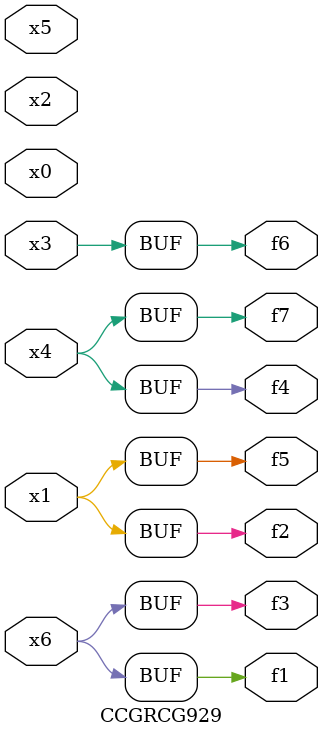
<source format=v>
module CCGRCG929(
	input x0, x1, x2, x3, x4, x5, x6,
	output f1, f2, f3, f4, f5, f6, f7
);
	assign f1 = x6;
	assign f2 = x1;
	assign f3 = x6;
	assign f4 = x4;
	assign f5 = x1;
	assign f6 = x3;
	assign f7 = x4;
endmodule

</source>
